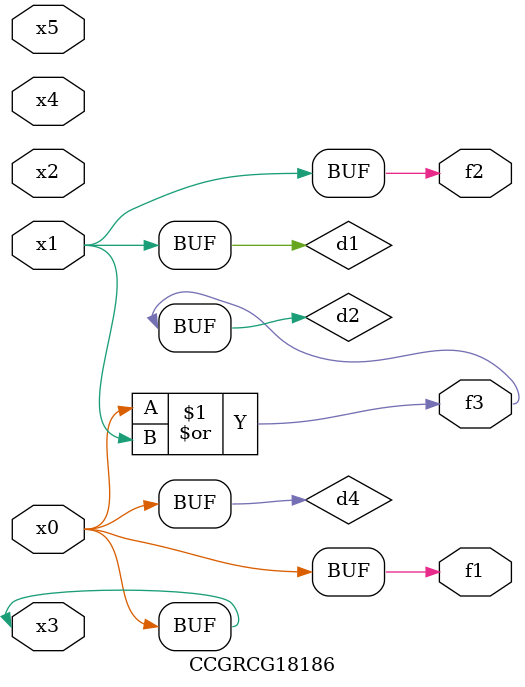
<source format=v>
module CCGRCG18186(
	input x0, x1, x2, x3, x4, x5,
	output f1, f2, f3
);

	wire d1, d2, d3, d4;

	and (d1, x1);
	or (d2, x0, x1);
	nand (d3, x0, x5);
	buf (d4, x0, x3);
	assign f1 = d4;
	assign f2 = d1;
	assign f3 = d2;
endmodule

</source>
